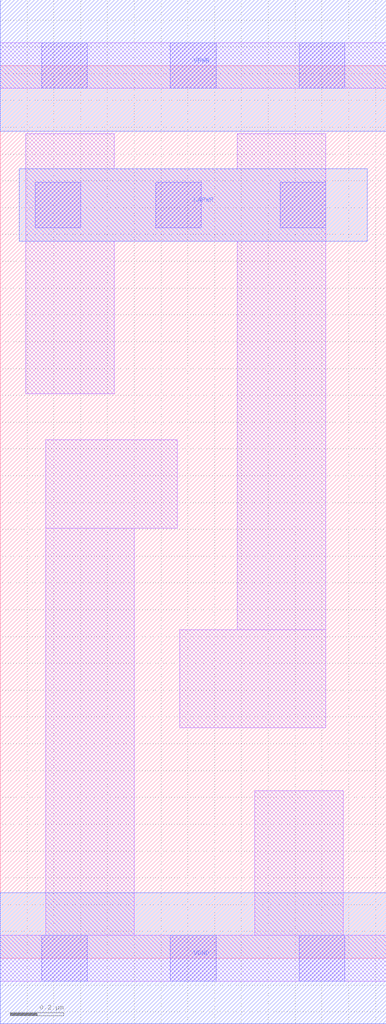
<source format=lef>
# Copyright 2020 The SkyWater PDK Authors
#
# Licensed under the Apache License, Version 2.0 (the "License");
# you may not use this file except in compliance with the License.
# You may obtain a copy of the License at
#
#     https://www.apache.org/licenses/LICENSE-2.0
#
# Unless required by applicable law or agreed to in writing, software
# distributed under the License is distributed on an "AS IS" BASIS,
# WITHOUT WARRANTIES OR CONDITIONS OF ANY KIND, either express or implied.
# See the License for the specific language governing permissions and
# limitations under the License.
#
# SPDX-License-Identifier: Apache-2.0

VERSION 5.5 ;
NAMESCASESENSITIVE ON ;
BUSBITCHARS "[]" ;
DIVIDERCHAR "/" ;
MACRO sky130_fd_sc_lp__decapkapwr_3
  CLASS CORE SPACER ;
  SOURCE USER ;
  ORIGIN  0.000000  0.000000 ;
  SIZE  1.440000 BY  3.330000 ;
  SYMMETRY X Y R90 ;
  SITE unit ;
  PIN KAPWR
    DIRECTION INOUT ;
    USE POWER ;
    PORT
      LAYER met1 ;
        RECT 0.070000 2.675000 1.370000 2.945000 ;
    END
  END KAPWR
  PIN VGND
    DIRECTION INOUT ;
    USE GROUND ;
    PORT
      LAYER met1 ;
        RECT 0.000000 -0.245000 1.440000 0.245000 ;
    END
  END VGND
  PIN VPWR
    DIRECTION INOUT ;
    USE POWER ;
    PORT
      LAYER met1 ;
        RECT 0.000000 3.085000 1.440000 3.575000 ;
    END
  END VPWR
  OBS
    LAYER li1 ;
      RECT 0.000000 -0.085000 1.440000 0.085000 ;
      RECT 0.000000  3.245000 1.440000 3.415000 ;
      RECT 0.095000  2.105000 0.425000 2.675000 ;
      RECT 0.095000  2.675000 1.215000 2.945000 ;
      RECT 0.095000  2.945000 0.425000 3.075000 ;
      RECT 0.170000  0.085000 0.500000 1.605000 ;
      RECT 0.170000  1.605000 0.660000 1.935000 ;
      RECT 0.670000  0.860000 1.215000 1.225000 ;
      RECT 0.885000  1.225000 1.215000 2.675000 ;
      RECT 0.885000  2.945000 1.215000 3.075000 ;
      RECT 0.950000  0.085000 1.280000 0.625000 ;
    LAYER mcon ;
      RECT 0.130000  2.725000 0.300000 2.895000 ;
      RECT 0.155000 -0.085000 0.325000 0.085000 ;
      RECT 0.155000  3.245000 0.325000 3.415000 ;
      RECT 0.580000  2.725000 0.750000 2.895000 ;
      RECT 0.635000 -0.085000 0.805000 0.085000 ;
      RECT 0.635000  3.245000 0.805000 3.415000 ;
      RECT 1.045000  2.725000 1.215000 2.895000 ;
      RECT 1.115000 -0.085000 1.285000 0.085000 ;
      RECT 1.115000  3.245000 1.285000 3.415000 ;
  END
END sky130_fd_sc_lp__decapkapwr_3

</source>
